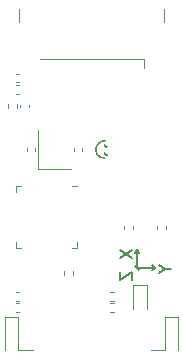
<source format=gbr>
%TF.GenerationSoftware,KiCad,Pcbnew,7.0.9*%
%TF.CreationDate,2024-04-04T21:50:02+13:00*%
%TF.ProjectId,panel,70616e65-6c2e-46b6-9963-61645f706362,rev?*%
%TF.SameCoordinates,Original*%
%TF.FileFunction,Legend,Bot*%
%TF.FilePolarity,Positive*%
%FSLAX46Y46*%
G04 Gerber Fmt 4.6, Leading zero omitted, Abs format (unit mm)*
G04 Created by KiCad (PCBNEW 7.0.9) date 2024-04-04 21:50:02*
%MOMM*%
%LPD*%
G01*
G04 APERTURE LIST*
%ADD10C,0.200000*%
%ADD11C,0.120000*%
%ADD12C,0.100000*%
G04 APERTURE END LIST*
D10*
X150877219Y-42274435D02*
X150877219Y-42941101D01*
X150877219Y-42941101D02*
X151877219Y-42274435D01*
X151877219Y-42274435D02*
X151877219Y-42941101D01*
X154741028Y-42030149D02*
X155217219Y-42030149D01*
X154217219Y-41696816D02*
X154741028Y-42030149D01*
X154741028Y-42030149D02*
X154217219Y-42363482D01*
X150877219Y-40364435D02*
X151877219Y-41031101D01*
X150877219Y-41031101D02*
X151877219Y-40364435D01*
D11*
%TO.C,C1*%
X142092164Y-25490000D02*
X142307836Y-25490000D01*
X142092164Y-26210000D02*
X142307836Y-26210000D01*
%TO.C,R9*%
X146120000Y-42503641D02*
X146120000Y-42196359D01*
X146880000Y-42503641D02*
X146880000Y-42196359D01*
%TO.C,J1*%
X152900000Y-24220000D02*
X152900000Y-24975000D01*
X152900000Y-24220000D02*
X144100000Y-24220000D01*
X142355000Y-21050000D02*
X142355000Y-20000000D01*
X154645000Y-21050000D02*
X154645000Y-20000000D01*
%TO.C,C14*%
X154760000Y-38392164D02*
X154760000Y-38607836D01*
X154040000Y-38392164D02*
X154040000Y-38607836D01*
%TO.C,C7*%
X143710000Y-31792164D02*
X143710000Y-32007836D01*
X142990000Y-31792164D02*
X142990000Y-32007836D01*
%TO.C,C12*%
X151960000Y-38392164D02*
X151960000Y-38607836D01*
X151240000Y-38392164D02*
X151240000Y-38607836D01*
D12*
%TO.C,D7*%
X149050000Y-29050000D02*
G75*
G03*
X149050000Y-29050000I-50000J0D01*
G01*
D11*
%TO.C,R23*%
X150353641Y-44680000D02*
X150046359Y-44680000D01*
X150353641Y-43920000D02*
X150046359Y-43920000D01*
%TO.C,R22*%
X150353641Y-45680000D02*
X150046359Y-45680000D01*
X150353641Y-44920000D02*
X150046359Y-44920000D01*
%TO.C,D8*%
X151950000Y-43390000D02*
X153150000Y-43390000D01*
X153150000Y-45350000D02*
X153150000Y-43390000D01*
X151950000Y-45350000D02*
X151950000Y-43390000D01*
D12*
%TO.C,D6*%
X148050000Y-29050000D02*
G75*
G03*
X148050000Y-29050000I-50000J0D01*
G01*
D10*
%TO.C,REF\u002A\u002A*%
X152330000Y-40410000D02*
X152540000Y-40620000D01*
X152330000Y-40410000D02*
X152120000Y-40620000D01*
X152181508Y-41761508D02*
X152478493Y-42058493D01*
X153830000Y-41910000D02*
X153620000Y-41700000D01*
X153830000Y-41910000D02*
X152330000Y-41910000D01*
X153830000Y-41910000D02*
X153620000Y-42120000D01*
X152330000Y-41910000D02*
X152330000Y-40410000D01*
D12*
X152330000Y-41910000D02*
X153830000Y-41910000D01*
G36*
X149599698Y-32066697D02*
G01*
X149601668Y-32074090D01*
X149604052Y-32083209D01*
X149604163Y-32083634D01*
X149612835Y-32107825D01*
X149625635Y-32131547D01*
X149641612Y-32153290D01*
X149659813Y-32171546D01*
X149665142Y-32175877D01*
X149679270Y-32186324D01*
X149697224Y-32198432D01*
X149719296Y-32212393D01*
X149745779Y-32228401D01*
X149774313Y-32246349D01*
X149798798Y-32263941D01*
X149818540Y-32280734D01*
X149833363Y-32296590D01*
X149841514Y-32307840D01*
X149852164Y-32325845D01*
X149861065Y-32344713D01*
X149867121Y-32362309D01*
X149869105Y-32370249D01*
X149870609Y-32378900D01*
X149870171Y-32384703D01*
X149867609Y-32388915D01*
X149862743Y-32392796D01*
X149857665Y-32396066D01*
X149841155Y-32405055D01*
X149823078Y-32413026D01*
X149806079Y-32418768D01*
X149797928Y-32420464D01*
X149783056Y-32422239D01*
X149765301Y-32423330D01*
X149745994Y-32423739D01*
X149726462Y-32423468D01*
X149708035Y-32422518D01*
X149692040Y-32420892D01*
X149679807Y-32418591D01*
X149663993Y-32413815D01*
X149640509Y-32404102D01*
X149618600Y-32391343D01*
X149597225Y-32374896D01*
X149575342Y-32354119D01*
X149559770Y-32337039D01*
X149546322Y-32319403D01*
X149536007Y-32301871D01*
X149528036Y-32283258D01*
X149526290Y-32278223D01*
X149524078Y-32270570D01*
X149522524Y-32262576D01*
X149521466Y-32253024D01*
X149520740Y-32240697D01*
X149520185Y-32224379D01*
X149520113Y-32221606D01*
X149520093Y-32197723D01*
X149521461Y-32177729D01*
X149524475Y-32160537D01*
X149529390Y-32145059D01*
X149536461Y-32130209D01*
X149545945Y-32114898D01*
X149546194Y-32114532D01*
X149552197Y-32106562D01*
X149559784Y-32097625D01*
X149568242Y-32088422D01*
X149576859Y-32079655D01*
X149584922Y-32072026D01*
X149591720Y-32066235D01*
X149596540Y-32062985D01*
X149598669Y-32062977D01*
X149599698Y-32066697D01*
G37*
G36*
X149584807Y-31390305D02*
G01*
X149586834Y-31394189D01*
X149590090Y-31401337D01*
X149593946Y-31410380D01*
X149598457Y-31420531D01*
X149609307Y-31440394D01*
X149622704Y-31459453D01*
X149639051Y-31478107D01*
X149658749Y-31496752D01*
X149682201Y-31515787D01*
X149709811Y-31535610D01*
X149741980Y-31556617D01*
X149759522Y-31567716D01*
X149783370Y-31583152D01*
X149803406Y-31596663D01*
X149820087Y-31608612D01*
X149833866Y-31619361D01*
X149845201Y-31629272D01*
X149854547Y-31638706D01*
X149862358Y-31648025D01*
X149869091Y-31657591D01*
X149869345Y-31657985D01*
X149874238Y-31665863D01*
X149877715Y-31672013D01*
X149879038Y-31675133D01*
X149878770Y-31675990D01*
X149875312Y-31679935D01*
X149868606Y-31685549D01*
X149859599Y-31692160D01*
X149849240Y-31699094D01*
X149838475Y-31705676D01*
X149828254Y-31711234D01*
X149819132Y-31715662D01*
X149806149Y-31721234D01*
X149793850Y-31725275D01*
X149781060Y-31728015D01*
X149766604Y-31729682D01*
X149749305Y-31730504D01*
X149727987Y-31730711D01*
X149713571Y-31730604D01*
X149695109Y-31729990D01*
X149679865Y-31728622D01*
X149666643Y-31726265D01*
X149654249Y-31722685D01*
X149641489Y-31717647D01*
X149627165Y-31710917D01*
X149613248Y-31702986D01*
X149593415Y-31688406D01*
X149574247Y-31670835D01*
X149556827Y-31651398D01*
X149542232Y-31631217D01*
X149531544Y-31611417D01*
X149530368Y-31608648D01*
X149525760Y-31595778D01*
X149522599Y-31582379D01*
X149520728Y-31567298D01*
X149519992Y-31549381D01*
X149520236Y-31527475D01*
X149520776Y-31513622D01*
X149522286Y-31494983D01*
X149524879Y-31479410D01*
X149528875Y-31465604D01*
X149534594Y-31452269D01*
X149542360Y-31438106D01*
X149542869Y-31437257D01*
X149548676Y-31428499D01*
X149555736Y-31419053D01*
X149563329Y-31409736D01*
X149570737Y-31401364D01*
X149577239Y-31394756D01*
X149582117Y-31390726D01*
X149584651Y-31390093D01*
X149584807Y-31390305D01*
G37*
G36*
X149652026Y-31090307D02*
G01*
X149669972Y-31090536D01*
X149685460Y-31090901D01*
X149697805Y-31091406D01*
X149706318Y-31092052D01*
X149710312Y-31092843D01*
X149710735Y-31093102D01*
X149712081Y-31094879D01*
X149710876Y-31097517D01*
X149706565Y-31101747D01*
X149698593Y-31108302D01*
X149688499Y-31116605D01*
X149667551Y-31135427D01*
X149647690Y-31155326D01*
X149629767Y-31175375D01*
X149614635Y-31194645D01*
X149603144Y-31212211D01*
X149594784Y-31226823D01*
X149580930Y-31226823D01*
X149579546Y-31226838D01*
X149570798Y-31227239D01*
X149558625Y-31228100D01*
X149544448Y-31229312D01*
X149529685Y-31230765D01*
X149492535Y-31235423D01*
X149430990Y-31246682D01*
X149372515Y-31262067D01*
X149316983Y-31281626D01*
X149264265Y-31305408D01*
X149214231Y-31333459D01*
X149166755Y-31365829D01*
X149134530Y-31391918D01*
X149096794Y-31428368D01*
X149062572Y-31468447D01*
X149031974Y-31511939D01*
X149005108Y-31558629D01*
X148982085Y-31608301D01*
X148963011Y-31660740D01*
X148947998Y-31715731D01*
X148937152Y-31773059D01*
X148930585Y-31832507D01*
X148929652Y-31848136D01*
X148929519Y-31904166D01*
X148934231Y-31960741D01*
X148943654Y-32017189D01*
X148957655Y-32072835D01*
X148976102Y-32127005D01*
X148998863Y-32179026D01*
X149022174Y-32222334D01*
X149052314Y-32268522D01*
X149086117Y-32311017D01*
X149123602Y-32349840D01*
X149164791Y-32385008D01*
X149209705Y-32416542D01*
X149258362Y-32444461D01*
X149310786Y-32468783D01*
X149345894Y-32482271D01*
X149403719Y-32500064D01*
X149463719Y-32513238D01*
X149525955Y-32521802D01*
X149590487Y-32525763D01*
X149657377Y-32525128D01*
X149726685Y-32519904D01*
X149739707Y-32518517D01*
X149720174Y-32527242D01*
X149709633Y-32532026D01*
X149683163Y-32544891D01*
X149661189Y-32557039D01*
X149643272Y-32568746D01*
X149628973Y-32580291D01*
X149617853Y-32591952D01*
X149616395Y-32593783D01*
X149607547Y-32607114D01*
X149599762Y-32622350D01*
X149593899Y-32637614D01*
X149590817Y-32651029D01*
X149589235Y-32664393D01*
X149558995Y-32663002D01*
X149539138Y-32661926D01*
X149473547Y-32655876D01*
X149411279Y-32646068D01*
X149351998Y-32632387D01*
X149295368Y-32614719D01*
X149241055Y-32592948D01*
X149188723Y-32566959D01*
X149138038Y-32536639D01*
X149088663Y-32501872D01*
X149080003Y-32495060D01*
X149062712Y-32480417D01*
X149043692Y-32463239D01*
X149023915Y-32444480D01*
X149004357Y-32425096D01*
X148985993Y-32406039D01*
X148969797Y-32388265D01*
X148956743Y-32372726D01*
X148955489Y-32371137D01*
X148919673Y-32321969D01*
X148888572Y-32271334D01*
X148862054Y-32218905D01*
X148839986Y-32164353D01*
X148822234Y-32107351D01*
X148808665Y-32047571D01*
X148799147Y-31984687D01*
X148798447Y-31978037D01*
X148796968Y-31958229D01*
X148795884Y-31934852D01*
X148795195Y-31909003D01*
X148794900Y-31881776D01*
X148794999Y-31854267D01*
X148795489Y-31827571D01*
X148796371Y-31802784D01*
X148797645Y-31780999D01*
X148799308Y-31763314D01*
X148807016Y-31712131D01*
X148820690Y-31650001D01*
X148838787Y-31590602D01*
X148861335Y-31533884D01*
X148888358Y-31479794D01*
X148919885Y-31428281D01*
X148955941Y-31379292D01*
X148996553Y-31332776D01*
X149041747Y-31288681D01*
X149088001Y-31250043D01*
X149138243Y-31214529D01*
X149191057Y-31183456D01*
X149246514Y-31156795D01*
X149304685Y-31134514D01*
X149365643Y-31116582D01*
X149429458Y-31102970D01*
X149496202Y-31093645D01*
X149502533Y-31093089D01*
X149515380Y-31092317D01*
X149531270Y-31091661D01*
X149549516Y-31091123D01*
X149569431Y-31090707D01*
X149590327Y-31090415D01*
X149611516Y-31090249D01*
X149632312Y-31090213D01*
X149652026Y-31090307D01*
G37*
D11*
%TO.C,Y1*%
X143950000Y-33550000D02*
X143950000Y-30250000D01*
X146750000Y-33550000D02*
X143950000Y-33550000D01*
%TO.C,R29*%
X142180000Y-28046359D02*
X142180000Y-28353641D01*
X141420000Y-28046359D02*
X141420000Y-28353641D01*
%TO.C,R20*%
X142046359Y-44920000D02*
X142353641Y-44920000D01*
X142046359Y-45680000D02*
X142353641Y-45680000D01*
%TO.C,R21*%
X142046359Y-43920000D02*
X142353641Y-43920000D01*
X142046359Y-44680000D02*
X142353641Y-44680000D01*
%TO.C,C21*%
X143160000Y-28092164D02*
X143160000Y-28307836D01*
X142440000Y-28092164D02*
X142440000Y-28307836D01*
%TO.C,U4*%
X147285000Y-40235000D02*
X147285000Y-39760000D01*
X146810000Y-40235000D02*
X147285000Y-40235000D01*
X146810000Y-35015000D02*
X147285000Y-35015000D01*
X142540000Y-40235000D02*
X142065000Y-40235000D01*
X142540000Y-35015000D02*
X142065000Y-35015000D01*
X142065000Y-40235000D02*
X142065000Y-39760000D01*
X142065000Y-35015000D02*
X142065000Y-35490000D01*
%TO.C,C8*%
X146990000Y-32007836D02*
X146990000Y-31792164D01*
X147710000Y-32007836D02*
X147710000Y-31792164D01*
%TO.C,R27*%
X142353641Y-27180000D02*
X142046359Y-27180000D01*
X142353641Y-26420000D02*
X142046359Y-26420000D01*
%TO.C,J2*%
X141160000Y-46090000D02*
X142290000Y-46090000D01*
X141160000Y-48840000D02*
X141160000Y-46090000D01*
X142290000Y-46090000D02*
X142290000Y-48840000D01*
X142290000Y-48840000D02*
X143490000Y-48840000D01*
X154710000Y-46090000D02*
X154710000Y-48840000D01*
X154710000Y-48840000D02*
X153510000Y-48840000D01*
X155840000Y-46090000D02*
X154710000Y-46090000D01*
X155840000Y-48840000D02*
X155840000Y-46090000D01*
%TD*%
M02*

</source>
